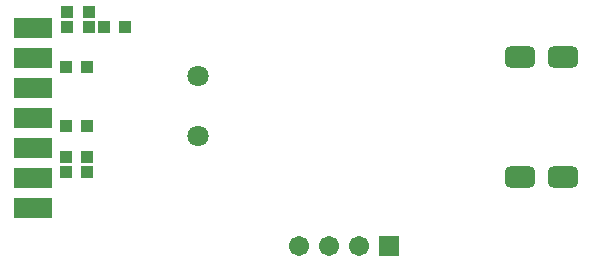
<source format=gbs>
G04 Layer_Color=16711935*
%FSLAX43Y43*%
%MOMM*%
G71*
G01*
G75*
%ADD40R,1.103X1.003*%
%ADD48R,3.203X1.703*%
G04:AMPARAMS|DCode=55|XSize=2.603mm|YSize=1.803mm|CornerRadius=0.502mm|HoleSize=0mm|Usage=FLASHONLY|Rotation=180.000|XOffset=0mm|YOffset=0mm|HoleType=Round|Shape=RoundedRectangle|*
%AMROUNDEDRECTD55*
21,1,2.603,0.800,0,0,180.0*
21,1,1.600,1.803,0,0,180.0*
1,1,1.003,-0.800,0.400*
1,1,1.003,0.800,0.400*
1,1,1.003,0.800,-0.400*
1,1,1.003,-0.800,-0.400*
%
%ADD55ROUNDEDRECTD55*%
%ADD56R,1.703X1.703*%
%ADD57C,1.703*%
%ADD58C,1.803*%
%ADD59C,1.203*%
D40*
X96500Y107500D02*
D03*
X98300D02*
D03*
X96400Y95200D02*
D03*
X98200D02*
D03*
X96400Y97800D02*
D03*
X98200D02*
D03*
X96400Y102800D02*
D03*
X98200D02*
D03*
X96400Y93900D02*
D03*
X98200D02*
D03*
X99600Y106200D02*
D03*
X101400D02*
D03*
X96500D02*
D03*
X98300D02*
D03*
D48*
X93600Y106120D02*
D03*
Y103580D02*
D03*
Y101040D02*
D03*
Y98500D02*
D03*
Y95960D02*
D03*
Y93420D02*
D03*
Y90880D02*
D03*
D55*
X138500Y93500D02*
D03*
Y103700D02*
D03*
X134800D02*
D03*
Y93500D02*
D03*
D56*
X123700Y87700D02*
D03*
D57*
X121160D02*
D03*
X118620D02*
D03*
X116080D02*
D03*
D58*
X107600Y102080D02*
D03*
Y97000D02*
D03*
D59*
X93600Y106120D02*
D03*
Y101040D02*
D03*
Y90880D02*
D03*
M02*

</source>
